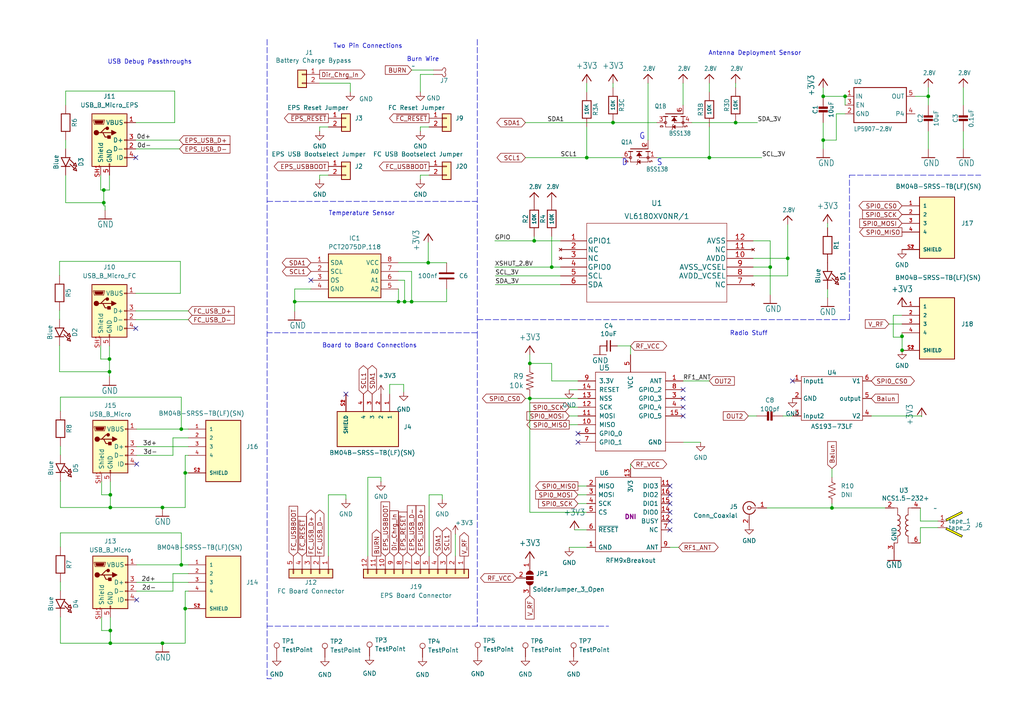
<source format=kicad_sch>
(kicad_sch (version 20231120) (generator "eeschema") (generator_version "8.0")
  (paper "A4")
  (junction (at 47.117 147.193))
  (junction (at 205.74 45.72))
  (junction (at 223.393 77.47))
  (junction (at 115.57 87.503))
  (junction (at 31.75 104.14))
  (junction (at 153.67 115.57))
  (junction (at 52.578 163.83))
  (junction (at 52.578 124.46))
  (junction (at 261.6454 101.6))
  (junction (at 53.721 137.16))
  (junction (at 32.004 182.88))
  (junction (at 31.75 107.823))
  (junction (at 85.471 87.503))
  (junction (at 269.24 27.94))
  (junction (at 53.721 176.53))
  (junction (at 32.004 143.51))
  (junction (at 238.76 40.64))
  (junction (at 238.76 27.94))
  (junction (at 170.18 45.72))
  (junction (at 124.206 76.2))
  (junction (at 241.3 147.32))
  (junction (at 261.62 97.536))
  (junction (at 153.67 105.41))
  (junction (at 119.38 87.503))
  (junction (at 213.36 35.56))
  (junction (at 30.099 55.118))
  (junction (at 30.099 58.801))
  (junction (at 177.8 35.56))
  (junction (at 154.94 69.85))
  (junction (at 117.348 87.503))
  (junction (at 160.02 77.47))
  (junction (at 245.11 27.94))
  (junction (at 32.004 186.563))
  (junction (at 228.473 74.93))
  (junction (at 47.117 186.563))
  (junction (at 32.004 147.193))
  (no_connect (at 39.624 134.62))
  (no_connect (at 198.12 120.65))
  (no_connect (at 198.12 118.11))
  (no_connect (at 194.31 153.67))
  (no_connect (at 194.31 151.13))
  (no_connect (at 194.31 143.51))
  (no_connect (at 194.31 146.05))
  (no_connect (at 167.64 125.73))
  (no_connect (at 198.12 115.57))
  (no_connect (at 194.31 140.97))
  (no_connect (at 194.31 148.59))
  (no_connect (at 167.64 128.27))
  (no_connect (at 100.33 114.3))
  (no_connect (at 90.17 81.28))
  (no_connect (at 198.12 113.03))
  (no_connect (at 39.37 45.72))
  (no_connect (at 229.87 110.49))
  (no_connect (at 39.624 173.99))
  (no_connect (at 39.37 95.25))
  (wire (pts (xy 101.6 24.13) (xy 101.6 26.67)))
  (wire (pts (xy 213.36 25.4) (xy 213.36 24.13)))
  (wire (pts (xy 241.3 147.32) (xy 256.794 147.32)))
  (wire (pts (xy 30.48 60.96) (xy 30.48 59.69)))
  (wire (pts (xy 228.473 74.93) (xy 228.473 65.151)))
  (wire (pts (xy 213.36 35.56) (xy 219.71 35.56)))
  (wire (pts (xy 177.8 25.4) (xy 177.8 24.13)))
  (wire (pts (xy 198.12 30.48) (xy 198.12 24.13)))
  (wire (pts (xy 259.08 91.44) (xy 261.62 91.44)))
  (wire (pts (xy 240.03 83.82) (xy 240.03 86.36)))
  (wire (pts (xy 190.5 45.72) (xy 205.74 45.72)))
  (wire (pts (xy 47.117 186.563) (xy 53.721 186.563)))
  (wire (pts (xy 85.471 87.503) (xy 85.471 90.297)))
  (wire (pts (xy 170.18 45.72) (xy 152.4 45.72)))
  (wire (pts (xy 54.61 171.45) (xy 53.721 171.45)))
  (wire (pts (xy 19.05 58.801) (xy 30.099 58.801)))
  (wire (pts (xy 17.526 139.573) (xy 17.526 147.193)))
  (wire (pts (xy 125.73 21.59) (xy 121.92 21.59)))
  (wire (pts (xy 222.377 147.32) (xy 241.3 147.32)))
  (wire (pts (xy 218.44 77.47) (xy 223.393 77.47)))
  (wire (pts (xy 110.49 138.43) (xy 110.49 139.7)))
  (wire (pts (xy 205.74 36.83) (xy 205.74 45.72)))
  (wire (pts (xy 95.25 161.29) (xy 95.25 143.51)))
  (wire (pts (xy 32.004 147.193) (xy 47.117 147.193)))
  (wire (pts (xy 129.54 76.2) (xy 124.206 76.2)))
  (wire (pts (xy 154.94 69.85) (xy 162.56 69.85)))
  (wire (pts (xy 272.034 151.13) (xy 266.954 151.13)))
  (wire (pts (xy 205.74 26.67) (xy 205.74 24.13)))
  (wire (pts (xy 30.099 55.118) (xy 30.099 58.801)))
  (wire (pts (xy 153.67 105.41) (xy 153.67 102.87)))
  (wire (pts (xy 182.88 100.33) (xy 182.88 102.87)))
  (wire (pts (xy 52.578 115.189) (xy 52.578 124.46)))
  (wire (pts (xy 152.4 35.56) (xy 177.8 35.56)))
  (wire (pts (xy 31.75 55.118) (xy 30.099 55.118)))
  (wire (pts (xy 279.4 38.1) (xy 279.4 43.18)))
  (wire (pts (xy 190.5 35.56) (xy 177.8 35.56)))
  (polyline (pts (xy 138.43 11.43) (xy 138.43 96.52)) (stroke (width 0) (type dash)))
  (wire (pts (xy 29.464 139.7) (xy 29.464 143.51)))
  (wire (pts (xy 257.81 93.98) (xy 261.62 93.98)))
  (wire (pts (xy 29.21 104.14) (xy 31.75 104.14)))
  (wire (pts (xy 50.165 132.08) (xy 50.165 127)))
  (wire (pts (xy 39.624 132.08) (xy 50.165 132.08)))
  (polyline (pts (xy 138.43 96.52) (xy 138.43 181.61)) (stroke (width 0) (type dash)))
  (wire (pts (xy 17.272 75.819) (xy 52.324 75.819)))
  (wire (pts (xy 205.74 45.72) (xy 220.98 45.72)))
  (wire (pts (xy 53.721 176.53) (xy 54.61 176.53)))
  (wire (pts (xy 198.12 128.27) (xy 203.2 128.27)))
  (wire (pts (xy 266.954 151.13) (xy 266.954 147.32)))
  (wire (pts (xy 267.335 120.65) (xy 267.335 120.904)))
  (wire (pts (xy 95.25 36.83) (xy 92.71 36.83)))
  (wire (pts (xy 115.57 83.82) (xy 115.57 87.503)))
  (wire (pts (xy 223.393 69.85) (xy 223.393 77.47)))
  (wire (pts (xy 29.464 182.88) (xy 32.004 182.88)))
  (wire (pts (xy 85.471 83.82) (xy 85.471 87.503)))
  (wire (pts (xy 170.18 146.05) (xy 167.64 146.05)))
  (wire (pts (xy 31.75 100.33) (xy 31.75 104.14)))
  (wire (pts (xy 39.624 129.54) (xy 54.61 129.54)))
  (wire (pts (xy 261.6454 97.536) (xy 261.6454 101.6)))
  (wire (pts (xy 180.34 45.72) (xy 170.18 45.72)))
  (wire (pts (xy 30.099 59.69) (xy 30.099 58.801)))
  (wire (pts (xy 17.272 107.823) (xy 31.75 107.823)))
  (wire (pts (xy 29.21 55.118) (xy 30.099 55.118)))
  (wire (pts (xy 124.46 50.8) (xy 121.92 50.8)))
  (wire (pts (xy 19.05 26.416) (xy 19.05 30.48)))
  (wire (pts (xy 52.578 124.46) (xy 54.61 124.46)))
  (wire (pts (xy 29.464 143.51) (xy 32.004 143.51)))
  (wire (pts (xy 19.05 40.64) (xy 19.05 43.18)))
  (wire (pts (xy 143.637 80.01) (xy 162.56 80.01)))
  (wire (pts (xy 242.57 40.64) (xy 238.76 40.64)))
  (wire (pts (xy 265.43 27.94) (xy 269.24 27.94)))
  (wire (pts (xy 32.004 186.563) (xy 47.117 186.563)))
  (wire (pts (xy 269.24 38.1) (xy 269.24 43.18)))
  (wire (pts (xy 17.526 154.559) (xy 52.578 154.559)))
  (wire (pts (xy 266.954 153.035) (xy 266.954 157.48)))
  (wire (pts (xy 119.38 87.503) (xy 129.54 87.503)))
  (wire (pts (xy 160.02 110.49) (xy 160.02 105.41)))
  (wire (pts (xy 129.54 83.82) (xy 129.54 87.503)))
  (wire (pts (xy 52.578 154.559) (xy 52.578 163.83)))
  (wire (pts (xy 124.46 36.83) (xy 121.92 36.83)))
  (wire (pts (xy 39.37 43.18) (xy 52.07 43.18)))
  (wire (pts (xy 124.206 70.358) (xy 124.206 76.2)))
  (wire (pts (xy 241.3 135.89) (xy 241.3 138.43)))
  (wire (pts (xy 29.464 179.07) (xy 29.464 182.88)))
  (wire (pts (xy 39.37 90.17) (xy 54.61 90.17)))
  (wire (pts (xy 50.673 26.416) (xy 50.673 35.56)))
  (wire (pts (xy 218.44 69.85) (xy 223.393 69.85)))
  (wire (pts (xy 259.08 91.44) (xy 259.08 97.79)))
  (polyline (pts (xy 246.38 92.71) (xy 246.38 50.8)) (stroke (width 0) (type dash)))
  (wire (pts (xy 115.57 81.28) (xy 117.348 81.28)))
  (wire (pts (xy 117.094 111.506) (xy 117.094 113.665)))
  (wire (pts (xy 17.526 115.189) (xy 52.578 115.189)))
  (wire (pts (xy 187.96 40.64) (xy 187.96 24.13)))
  (wire (pts (xy 53.721 132.08) (xy 53.721 137.16)))
  (wire (pts (xy 160.02 77.47) (xy 162.56 77.47)))
  (wire (pts (xy 160.02 68.58) (xy 160.02 77.47)))
  (wire (pts (xy 39.624 171.45) (xy 50.165 171.45)))
  (wire (pts (xy 92.71 24.13) (xy 101.6 24.13)))
  (polyline (pts (xy 77.47 11.43) (xy 77.47 196.85)) (stroke (width 0) (type dash)))
  (wire (pts (xy 238.76 40.64) (xy 238.76 35.56)))
  (wire (pts (xy 17.272 75.819) (xy 17.272 79.883)))
  (wire (pts (xy 47.117 147.193) (xy 53.721 147.193)))
  (wire (pts (xy 245.11 27.94) (xy 238.76 27.94)))
  (wire (pts (xy 117.348 87.503) (xy 119.38 87.503)))
  (wire (pts (xy 115.57 78.74) (xy 119.38 78.74)))
  (wire (pts (xy 17.526 186.563) (xy 32.004 186.563)))
  (wire (pts (xy 170.18 24.13) (xy 170.18 26.67)))
  (wire (pts (xy 200.66 35.56) (xy 213.36 35.56)))
  (polyline (pts (xy 77.47 196.85) (xy 78.74 196.85)))
  (wire (pts (xy 182.88 134.62) (xy 182.88 135.89)))
  (wire (pts (xy 30.48 59.69) (xy 30.099 59.69)))
  (wire (pts (xy 261.62 96.52) (xy 261.62 97.536)))
  (wire (pts (xy 52.578 163.83) (xy 54.61 163.83)))
  (wire (pts (xy 165.1 158.75) (xy 170.18 158.75)))
  (wire (pts (xy 85.471 87.503) (xy 115.57 87.503)))
  (wire (pts (xy 269.24 27.94) (xy 269.24 25.4)))
  (wire (pts (xy 113.03 111.506) (xy 117.094 111.506)))
  (wire (pts (xy 17.526 154.559) (xy 17.526 158.623)))
  (wire (pts (xy 223.393 77.47) (xy 223.393 85.471)))
  (wire (pts (xy 32.004 143.51) (xy 32.004 147.193)))
  (polyline (pts (xy 77.47 181.61) (xy 176.53 181.61)) (stroke (width 0) (type dash)))
  (wire (pts (xy 121.92 21.59) (xy 121.92 26.67)))
  (wire (pts (xy 242.57 33.02) (xy 242.57 40.64)))
  (wire (pts (xy 167.64 123.19) (xy 165.1 123.19)))
  (wire (pts (xy 50.165 166.37) (xy 54.61 166.37)))
  (wire (pts (xy 39.37 92.71) (xy 54.61 92.71)))
  (wire (pts (xy 238.76 25.4) (xy 238.76 27.94)))
  (wire (pts (xy 154.94 68.58) (xy 154.94 69.85)))
  (wire (pts (xy 39.624 124.46) (xy 52.578 124.46)))
  (wire (pts (xy 259.08 97.79) (xy 261.62 97.79)))
  (polyline (pts (xy 246.38 50.8) (xy 284.48 50.8)) (stroke (width 0) (type dash)))
  (wire (pts (xy 92.71 36.83) (xy 92.71 38.1)))
  (wire (pts (xy 19.05 50.8) (xy 19.05 58.801)))
  (wire (pts (xy 124.46 143.51) (xy 128.27 143.51)))
  (wire (pts (xy 218.44 80.01) (xy 228.473 80.01)))
  (wire (pts (xy 227.076 120.65) (xy 229.87 120.65)))
  (wire (pts (xy 272.034 153.035) (xy 266.954 153.035)))
  (wire (pts (xy 17.526 129.413) (xy 17.526 131.953)))
  (wire (pts (xy 31.75 50.8) (xy 31.75 55.118)))
  (wire (pts (xy 261.62 97.79) (xy 261.62 97.536)))
  (wire (pts (xy 153.67 148.59) (xy 170.18 148.59)))
  (wire (pts (xy 279.4 25.4) (xy 279.4 30.48)))
  (wire (pts (xy 95.25 143.51) (xy 100.33 143.51)))
  (wire (pts (xy 54.61 132.08) (xy 53.721 132.08)))
  (wire (pts (xy 119.38 20.32) (xy 125.73 20.32)))
  (wire (pts (xy 39.37 85.09) (xy 52.324 85.09)))
  (wire (pts (xy 167.64 113.03) (xy 165.1 113.03)))
  (wire (pts (xy 17.272 100.203) (xy 17.272 107.823)))
  (wire (pts (xy 143.51 77.47) (xy 160.02 77.47)))
  (polyline (pts (xy 77.47 58.42) (xy 138.43 58.42)) (stroke (width 0) (type dash)))
  (wire (pts (xy 17.526 168.783) (xy 17.526 171.323)))
  (wire (pts (xy 166.624 153.67) (xy 170.18 153.67)))
  (wire (pts (xy 198.12 110.49) (xy 205.74 110.49)))
  (wire (pts (xy 52.324 75.819) (xy 52.324 85.09)))
  (wire (pts (xy 53.721 186.563) (xy 53.721 176.53)))
  (wire (pts (xy 39.624 168.91) (xy 54.61 168.91)))
  (wire (pts (xy 240.03 66.04) (xy 240.03 64.77)))
  (wire (pts (xy 167.64 118.11) (xy 165.1 118.11)))
  (wire (pts (xy 117.348 81.28) (xy 117.348 87.503)))
  (polyline (pts (xy 138.43 92.71) (xy 246.38 92.71)) (stroke (width 0) (type dash)))
  (wire (pts (xy 121.92 36.83) (xy 121.92 38.1)))
  (wire (pts (xy 252.73 120.65) (xy 267.335 120.65)))
  (wire (pts (xy 241.3 146.05) (xy 241.3 147.32)))
  (wire (pts (xy 53.721 171.45) (xy 53.721 176.53)))
  (wire (pts (xy 17.272 90.043) (xy 17.272 92.583)))
  (wire (pts (xy 160.02 110.49) (xy 167.64 110.49)))
  (wire (pts (xy 132.08 154.94) (xy 132.08 161.29)))
  (wire (pts (xy 152.4 115.57) (xy 153.67 115.57)))
  (wire (pts (xy 228.473 74.93) (xy 228.473 80.01)))
  (wire (pts (xy 119.38 78.74) (xy 119.38 87.503)))
  (wire (pts (xy 31.75 109.22) (xy 31.75 107.823)))
  (wire (pts (xy 153.67 115.57) (xy 153.67 148.59)))
  (wire (pts (xy 39.624 163.83) (xy 52.578 163.83)))
  (wire (pts (xy 217.043 120.65) (xy 219.456 120.65)))
  (wire (pts (xy 50.165 127) (xy 54.61 127)))
  (wire (pts (xy 32.004 139.7) (xy 32.004 143.51)))
  (wire (pts (xy 261.62 97.536) (xy 261.6454 97.536)))
  (wire (pts (xy 167.64 120.65) (xy 165.1 120.65)))
  (wire (pts (xy 39.37 35.56) (xy 50.673 35.56)))
  (wire (pts (xy 106.68 138.43) (xy 110.49 138.43)))
  (wire (pts (xy 90.17 83.82) (xy 85.471 83.82)))
  (polyline (pts (xy 138.43 96.52) (xy 77.47 96.52)) (stroke (width 0) (type dash)))
  (wire (pts (xy 245.11 30.48) (xy 245.11 27.94)))
  (wire (pts (xy 238.76 40.64) (xy 238.76 43.18)))
  (wire (pts (xy 32.004 182.88) (xy 32.004 186.563)))
  (wire (pts (xy 32.004 179.07) (xy 32.004 182.88)))
  (wire (pts (xy 17.526 147.193) (xy 32.004 147.193)))
  (wire (pts (xy 121.92 50.8) (xy 121.92 52.07)))
  (wire (pts (xy 19.05 26.416) (xy 50.673 26.416)))
  (wire (pts (xy 115.57 87.503) (xy 117.348 87.503)))
  (wire (pts (xy 218.44 74.93) (xy 228.473 74.93)))
  (wire (pts (xy 17.526 115.189) (xy 17.526 119.253)))
  (wire (pts (xy 170.18 143.51) (xy 167.64 143.51)))
  (wire (pts (xy 124.46 161.29) (xy 124.46 143.51)))
  (wire (pts (xy 261.62 101.6) (xy 261.6454 101.6)))
  (wire (pts (xy 182.88 100.33) (xy 179.07 100.33)))
  (wire (pts (xy 95.25 50.8) (xy 92.71 50.8)))
  (wire (pts (xy 39.37 40.64) (xy 52.07 40.64)))
  (wire (pts (xy 160.02 105.41) (xy 153.67 105.41)))
  (wire (pts (xy 106.68 161.29) (xy 106.68 138.43)))
  (wire (pts (xy 50.165 171.45) (xy 50.165 166.37)))
  (wire (pts (xy 261.62 88.9) (xy 261.6454 88.9)))
  (wire (pts (xy 245.11 33.02) (xy 242.57 33.02)))
  (wire (pts (xy 31.75 104.14) (xy 31.75 107.823)))
  (wire (pts (xy 53.721 137.16) (xy 54.61 137.16)))
  (wire (pts (xy 113.03 114.3) (xy 113.03 111.506)))
  (wire (pts (xy 29.21 50.8) (xy 29.21 55.118)))
  (wire (pts (xy 143.637 82.55) (xy 162.56 82.55)))
  (wire (pts (xy 53.721 147.193) (xy 53.721 137.16)))
  (wire (pts (xy 196.85 158.75) (xy 194.31 158.75)))
  (wire (pts (xy 170.18 140.97) (xy 167.64 140.97)))
  (wire (pts (xy 143.51 69.85) (xy 154.94 69.85)))
  (wire (pts (xy 269.24 27.94) (xy 269.24 30.48)))
  (wire (pts (xy 29.21 100.33) (xy 29.21 104.14)))
  (wire (pts (xy 115.57 76.2) (xy 124.206 76.2)))
  (wire (pts (xy 128.27 143.51) (xy 128.27 144.78)))
  (wire (pts (xy 92.71 50.8) (xy 92.71 52.07)))
  (wire (pts (xy 170.18 36.83) (xy 170.18 45.72)))
  (wire (pts (xy 100.33 143.51) (xy 100.33 144.78)))
  (wire (pts (xy 153.67 115.57) (xy 167.64 115.57)))
  (wire (pts (xy 17.526 178.943) (xy 17.526 186.563)))
  (text "Two Pin Connections\n" (at 106.68 13.462 0) (effects (font (size 1.27 1.27))))
  (text "S" (at 190.5 48.26 0) (effects (font (size 1.778 1.5113)) (justify left bottom)))
  (text "Antenna Deployment Sensor" (at 218.948 15.494 0) (effects (font (size 1.27 1.27))))
  (text "Radio Stuff" (at 217.17 96.774 0) (effects (font (size 1.27 1.27))))
  (text "USB Debug Passthroughs" (at 43.434 18.034 0) (effects (font (size 1.27 1.27))))
  (text "Burn Wire" (at 122.682 17.272 0) (effects (font (size 1.27 1.27))))
  (text "Temperature Sensor" (at 104.902 61.976 0) (effects (font (size 1.27 1.27))))
  (text "G" (at 185.42 40.64 0) (effects (font (size 1.778 1.5113)) (justify left bottom)))
  (text "D" (at 180.34 48.26 0) (effects (font (size 1.778 1.5113)) (justify left bottom)))
  (text "Board to Board Connections\n" (at 107.188 100.33 0) (effects (font (size 1.27 1.27))))
  (label "3d-" (at 41.529 132.08 0))
  (label "2d+" (at 41.021 168.91 0))
  (label "0d-" (at 39.751 43.18 0))
  (label "GPIO" (at 143.51 69.85 0) (effects (font (size 1.2446 1.2446))))
  (label "SDA1" (at 158.75 35.56 0) (effects (font (size 1.2446 1.2446))))
  (label "2d-" (at 41.148 171.45 0))
  (label "3d+" (at 41.402 129.54 0))
  (label "SCL_3V" (at 143.637 80.01 0) (effects (font (size 1.2446 1.2446))))
  (label "SDA_3V" (at 143.637 82.55 0) (effects (font (size 1.2446 1.2446))))
  (label "RF1_ANT" (at 198.12 110.49 0))
  (label "SCL1" (at 162.56 45.72 0) (effects (font (size 1.2446 1.2446))))
  (label "0d+" (at 39.624 40.64 0))
  (label "SCL_3V" (at 220.98 45.72 0) (effects (font (size 1.2446 1.2446))))
  (label "SDA_3V" (at 219.71 35.56 0) (effects (font (size 1.2446 1.2446))))
  (label "XSHUT_2.8V" (at 143.51 77.47 0) (effects (font (size 1.2446 1.2446))))
  (global_label "RF_VCC" (shape bidirectional) (at 182.88 100.33 0) (property "Intersheetrefs" "${INTERSHEET_REFS}" (effects (hide yes))))
  (global_label "EPS_USB_D+" (shape input) (at 52.07 40.64 0) (property "Intersheetrefs" "${INTERSHEET_REFS}" (effects (hide yes))))
  (global_label "RF_VCC" (shape bidirectional) (at 182.88 134.62 0) (property "Intersheetrefs" "${INTERSHEET_REFS}" (effects (hide yes))))
  (global_label "~{FC_RESET}" (shape output) (at 124.46 34.29 180) (property "Intersheetrefs" "${INTERSHEET_REFS}" (effects (hide yes))))
  (global_label "V_RF" (shape output) (at 134.62 161.29 90) (property "Intersheetrefs" "${INTERSHEET_REFS}" (effects (hide yes))))
  (global_label "BURN" (shape output) (at 109.22 161.29 90) (property "Intersheetrefs" "${INTERSHEET_REFS}" (effects (hide yes))))
  (global_label "SPI0_MOSI" (shape input) (at 167.64 143.51 180) (property "Intersheetrefs" "${INTERSHEET_REFS}" (effects (hide yes))))
  (global_label "SPI0_SCK" (shape input) (at 261.62 62.23 180) (property "Intersheetrefs" "${INTERSHEET_REFS}" (effects (hide yes))))
  (global_label "SDA1" (shape bidirectional) (at 90.17 76.2 180) (property "Intersheetrefs" "${INTERSHEET_REFS}" (effects (hide yes))))
  (global_label "Dir_Chrg_In" (shape output) (at 92.71 21.59 0) (property "Intersheetrefs" "${INTERSHEET_REFS}" (effects (hide yes))))
  (global_label "OUT2" (shape input) (at 217.043 120.65 180) (property "Intersheetrefs" "${INTERSHEET_REFS}" (effects (hide yes))))
  (global_label "SDA1" (shape bidirectional) (at 127 161.29 90) (property "Intersheetrefs" "${INTERSHEET_REFS}" (effects (hide yes))))
  (global_label "SPI0_CS0" (shape bidirectional) (at 261.62 59.69 180) (property "Intersheetrefs" "${INTERSHEET_REFS}" (effects (hide yes))))
  (global_label "~{FC_RESET}" (shape input) (at 87.63 161.29 90) (property "Intersheetrefs" "${INTERSHEET_REFS}" (effects (hide yes))))
  (global_label "SPI0_MOSI" (shape input) (at 165.1 120.65 180) (property "Intersheetrefs" "${INTERSHEET_REFS}" (effects (hide yes))))
  (global_label "FC_USB_D+" (shape output) (at 90.17 161.29 90) (property "Intersheetrefs" "${INTERSHEET_REFS}" (effects (hide yes))))
  (global_label "SCL1" (shape bidirectional) (at 90.17 78.74 180) (property "Intersheetrefs" "${INTERSHEET_REFS}" (effects (hide yes))))
  (global_label "SDA1" (shape bidirectional) (at 152.4 35.56 180) (property "Intersheetrefs" "${INTERSHEET_REFS}" (effects (hide yes))))
  (global_label "EPS_USB_D-" (shape input) (at 119.38 161.29 90) (property "Intersheetrefs" "${INTERSHEET_REFS}" (effects (hide yes))))
  (global_label "SPI0_MOSI" (shape input) (at 261.62 64.77 180) (property "Intersheetrefs" "${INTERSHEET_REFS}" (effects (hide yes))))
  (global_label "~{EPS_RESET}" (shape input) (at 116.84 161.29 90) (property "Intersheetrefs" "${INTERSHEET_REFS}" (effects (hide yes))))
  (global_label "EPS_USB_D+" (shape input) (at 121.92 161.29 90) (property "Intersheetrefs" "${INTERSHEET_REFS}" (effects (hide yes))))
  (global_label "SCL1" (shape bidirectional) (at 105.41 114.3 90) (property "Intersheetrefs" "${INTERSHEET_REFS}" (effects (hide yes))))
  (global_label "SCL1" (shape bidirectional) (at 129.54 161.29 90) (property "Intersheetrefs" "${INTERSHEET_REFS}" (effects (hide yes))))
  (global_label "RF1_ANT" (shape bidirectional) (at 196.85 158.75 0) (property "Intersheetrefs" "${INTERSHEET_REFS}" (effects (hide yes))))
  (global_label "FC_USB_D-" (shape input) (at 54.61 92.71 0) (property "Intersheetrefs" "${INTERSHEET_REFS}" (effects (hide yes))))
  (global_label "EPS_USBBOOT" (shape input) (at 111.76 161.29 90) (property "Intersheetrefs" "${INTERSHEET_REFS}" (effects (hide yes))))
  (global_label "Balun" (shape input) (at 252.73 115.57 0) (property "Intersheetrefs" "${INTERSHEET_REFS}" (effects (hide yes))))
  (global_label "Dir_Chrg_In" (shape input) (at 114.3 161.29 90) (property "Intersheetrefs" "${INTERSHEET_REFS}" (effects (hide yes))))
  (global_label "V_RF" (shape input) (at 153.67 172.72 270) (property "Intersheetrefs" "${INTERSHEET_REFS}" (effects (hide yes))))
  (global_label "Balun" (shape input) (at 241.3 135.89 90) (property "Intersheetrefs" "${INTERSHEET_REFS}" (effects (hide yes))))
  (global_label "SCL1" (shape bidirectional) (at 152.4 45.72 180) (property "Intersheetrefs" "${INTERSHEET_REFS}" (effects (hide yes))))
  (global_label "SPI0_SCK" (shape input) (at 167.64 146.05 180) (property "Intersheetrefs" "${INTERSHEET_REFS}" (effects (hide yes))))
  (global_label "SPI0_CS0" (shape bidirectional) (at 152.4 115.57 180) (property "Intersheetrefs" "${INTERSHEET_REFS}" (effects (hide yes))))
  (global_label "FC_USB_D-" (shape output) (at 92.71 161.29 90) (property "Intersheetrefs" "${INTERSHEET_REFS}" (effects (hide yes))))
  (global_label "OUT2" (shape input) (at 205.74 110.49 0) (property "Intersheetrefs" "${INTERSHEET_REFS}" (effects (hide yes))))
  (global_label "EPS_USB_D-" (shape input) (at 52.07 43.18 0) (property "Intersheetrefs" "${INTERSHEET_REFS}" (effects (hide yes))))
  (global_label "~{EPS_RESET}" (shape output) (at 95.25 34.29 180) (property "Intersheetrefs" "${INTERSHEET_REFS}" (effects (hide yes))))
  (global_label "FC_USB_D+" (shape input) (at 54.61 90.17 0) (property "Intersheetrefs" "${INTERSHEET_REFS}" (effects (hide yes))))
  (global_label "SPI0_MISO" (shape output) (at 167.64 140.97 180) (property "Intersheetrefs" "${INTERSHEET_REFS}" (effects (hide yes))))
  (global_label "SPI0_MISO" (shape output) (at 165.1 123.19 180) (property "Intersheetrefs" "${INTERSHEET_REFS}" (effects (hide yes))))
  (global_label "RF_VCC" (shape bidirectional) (at 149.86 167.64 180) (property "Intersheetrefs" "${INTERSHEET_REFS}" (effects (hide yes))))
  (global_label "FC_USBBOOT" (shape output) (at 124.46 48.26 180) (property "Intersheetrefs" "${INTERSHEET_REFS}" (effects (hide yes))))
  (global_label "V_RF" (shape input) (at 257.81 93.98 180) (property "Intersheetrefs" "${INTERSHEET_REFS}" (effects (hide yes))))
  (global_label "FC_USBBOOT" (shape input) (at 85.09 161.29 90) (property "Intersheetrefs" "${INTERSHEET_REFS}" (effects (hide yes))))
  (global_label "SDA1" (shape bidirectional) (at 107.95 114.3 90) (property "Intersheetrefs" "${INTERSHEET_REFS}" (effects (hide yes))))
  (global_label "SPI0_SCK" (shape input) (at 165.1 118.11 180) (property "Intersheetrefs" "${INTERSHEET_REFS}" (effects (hide yes))))
  (global_label "BURN" (shape input) (at 119.38 20.32 180) (property "Intersheetrefs" "${INTERSHEET_REFS}" (effects (hide yes))))
  (global_label "EPS_USBBOOT" (shape output) (at 95.25 48.26 180) (property "Intersheetrefs" "${INTERSHEET_REFS}" (effects (hide yes))))
  (global_label "SPI0_CS0" (shape bidirectional) (at 252.73 110.49 0) (property "Intersheetrefs" "${INTERSHEET_REFS}" (effects (hide yes))))
  (global_label "SPI0_MISO" (shape output) (at 261.62 67.31 180) (property "Intersheetrefs" "${INTERSHEET_REFS}" (effects (hide yes))))
  (symbol (lib_id "mainboard:RFM9xBreakout") (at 182.88 149.86 0) (unit 1)
    (property "Reference" "U6" (at 175.26 137.16 0))
    (property "Value" "RFM9xBreakout" (at 182.88 162.56 0))
    (property "Footprint" "Antenna_board:HOPERF_RFM95W_SMD" (effects (hide yes)))
    (property "DNI" "DNI" (at 182.88 149.86 0) (effects (font (bold yes))))
  )
  (symbol (lib_id "Connector:USB_B_Micro") (at 31.75 40.64 0) (unit 1)
    (property "Reference" "J11" (at 31.75 27.94 0))
    (property "Value" "USB_B_Micro_EPS" (at 31.75 30.48 0))
    (property "Footprint" "Antenna_board:MOLEX_105164-0001(round)" (effects (hide yes)))
  )
  (symbol (lib_id "mainboard:10KOHM-1_10W-1%(0603)0603") (at 153.67 110.49 270) (unit 1)
    (property "Reference" "R9" (at 151.9428 109.1438 90) (effects (font (size 1.4986 1.4986)) (justify right)))
    (property "Value" "10k" (at 151.9428 111.8108 90) (effects (font (size 1.4986 1.4986)) (justify right)))
    (property "Footprint" "Resistor_SMD:R_0603_1608Metric" (effects (hide yes)))
    (property "Description" "10k 0603" (effects (hide yes)))
  )
  (symbol (lib_id "BM04B-SRSS-TB_LF__SN_:BM04B-SRSS-TB(LF)(SN)") (at 105.41 124.46 270) (unit 1)
    (property "Reference" "J4" (at 117.0432 123.825 90) (effects (justify left)))
    (property "Value" "BM04B-SRSS-TB(LF)(SN)" (at 95.504 131.318 90) (effects (justify left)))
    (property "Footprint" "Antenna_board:JST_BM04B-SRSS-TB(LF)(SN)" (effects (hide yes)))
    (property "PARTREV" "N/A" (effects (hide yes)))
    (property "SNAPEDA_PN" "BM04B-SRSS-TB(LF)(SN)" (effects (hide yes)))
    (property "STANDARD" "Manufacturer Recommendations" (effects (hide yes)))
    (property "MAXIMUM_PACKAGE_HEIGHT" "6.3 mm" (effects (hide yes)))
    (property "MANUFACTURER" "JST Sales America Inc." (effects (hide yes)))
  )
  (symbol (lib_id "Connector_Generic:Conn_01x02") (at 100.33 34.29 0) (unit 1)
    (property "Reference" "J3" (at 102.87 34.2899 0) (effects (justify left)))
    (property "Value" "EPS Reset Jumper" (at 83.312 31.242 0) (effects (justify left)))
    (property "Footprint" "Connector_PinHeader_2.54mm:PinHeader_1x02_P2.54mm_Vertical" (effects (hide yes)))
    (property "Description" "Generic connector, single row, 01x02, script generated (kicad-library-utils/schlib/autogen/connector/)" (effects (hide yes)))
  )
  (symbol (lib_id "Adafruit VL6180 Time of Flight Sensor-eagle-import:MOSFET-N_DUAL") (at 185.42 43.18 90) (mirror x) (unit 1)
    (property "Reference" "Q1" (at 183.388 41.91 90) (effects (font (size 1.27 1.0795)) (justify left bottom)))
    (property "Value" "BSS138" (at 193.802 49.784 90) (effects (font (size 1.27 1.0795)) (justify left bottom)))
    (property "Footprint" "Package_TO_SOT_SMD:SOT-363_SC-70-6" (effects (hide yes)))
  )
  (symbol (lib_id "Adafruit ItsyBitsy RP2040-eagle-import:RESISTOR_0402NO") (at 17.526 124.333 270) (unit 1)
    (property "Reference" "R8" (at 20.066 124.333 0))
    (property "Value" "1K" (effects (hide yes)))
    (property "Footprint" "Resistor_SMD:R_0402_1005Metric" (effects (hide yes)))
  )
  (symbol (lib_id "Adafruit ItsyBitsy RP2040-eagle-import:RESISTOR_0402NO") (at 19.05 35.56 270) (unit 1)
    (property "Reference" "R6" (at 21.59 35.56 0))
    (property "Value" "1K" (effects (hide yes)))
    (property "Footprint" "Resistor_SMD:R_0402_1005Metric" (effects (hide yes)))
  )
  (symbol (lib_name "GND_1") (lib_id "power:GND") (at 128.27 144.78 0) (unit 1)
    (property "Reference" "#PWR019" (effects (hide yes)))
    (property "Value" "GND" (at 128.27 149.098 0))
    (property "Description" "Power symbol creates a global label with name \"GND\" , ground" (effects (hide yes)))
  )
  (symbol (lib_id "Adafruit VL6180 Time of Flight Sensor-eagle-import:2.8V") (at 228.473 62.611 0) (unit 1)
    (property "Reference" "#U$09" (effects (hide yes)))
    (property "Value" "2.8V" (at 226.949 61.595 0) (effects (font (size 1.27 1.0795)) (justify left bottom)))
    (property "Footprint" "Adafruit VL6180 Time of Flight Sensor:" (effects (hide yes)))
  )
  (symbol (lib_name "GND_1") (lib_id "power:GND") (at 92.71 52.07 0) (unit 1)
    (property "Reference" "#PWR024" (effects (hide yes)))
    (property "Value" "GND" (at 92.71 56.388 0))
    (property "Description" "Power symbol creates a global label with name \"GND\" , ground" (effects (hide yes)))
  )
  (symbol (lib_id "Antenna:Tape_Measure_Antenna") (at 271.272 147.447 0) (unit 1)
    (property "Reference" "J6" (at 282.702 152.273 0) (effects (justify left)))
    (property "Value" "~" (at 271.272 147.447 0))
    (property "Footprint" "Antenna_board:Tape_Measure_Antenna" (effects (hide yes)))
  )
  (symbol (lib_id "Adafruit ItsyBitsy RP2040-eagle-import:GND") (at 30.48 63.5 0) (mirror y) (unit 1)
    (property "Reference" "#GND03" (effects (hide yes)))
    (property "Value" "GND" (at 33.02 66.04 0) (effects (font (size 1.778 1.5113)) (justify left bottom)))
    (property "Footprint" "Adafruit ItsyBitsy RP2040:" (effects (hide yes)))
  )
  (symbol (lib_id "Adafruit VL6180 Time of Flight Sensor-eagle-import:2.8V") (at 279.4 22.86 0) (unit 1)
    (property "Reference" "#U$012" (effects (hide yes)))
    (property "Value" "2.8V" (at 277.876 21.844 0) (effects (font (size 1.27 1.0795)) (justify left bottom)))
    (property "Footprint" "Adafruit VL6180 Time of Flight Sensor:" (effects (hide yes)))
  )
  (symbol (lib_id "power:GND") (at 229.87 115.57 0) (unit 1)
    (property "Reference" "#PWR017" (effects (hide yes)))
    (property "Value" "GND" (at 229.87 120.0134 0))
  )
  (symbol (lib_id "VL6180X0NR:VL6180XV0NR/1") (at 162.56 69.85 0) (unit 1)
    (property "Reference" "U1" (at 190.5 58.928 0) (effects (font (size 1.524 1.524))))
    (property "Value" "VL6180XV0NR/1" (at 190.5 62.738 0) (effects (font (size 1.524 1.524))))
    (property "Footprint" "Adafruit VL6180 Time of Flight Sensor:VL6180" (effects (hide yes)))
  )
  (symbol (lib_id "power:GND") (at 80.264 190.5 0) (unit 1)
    (property "Reference" "#PWR04" (effects (hide yes)))
    (property "Value" "GND" (at 80.264 195.58 0))
  )
  (symbol (lib_id "Adafruit ItsyBitsy RP2040-eagle-import:+3V3") (at 177.8 21.59 0) (unit 1)
    (property "Reference" "#+3V03" (effects (hide yes)))
    (property "Value" "+3V3" (at 177.8 19.05 0) (effects (font (size 1.778 1.5113))))
    (property "Footprint" "Adafruit ItsyBitsy RP2040:" (effects (hide yes)))
  )
  (symbol (lib_id "Adafruit VL6180 Time of Flight Sensor-eagle-import:GND") (at 279.4 45.72 0) (unit 1)
    (property "Reference" "#U$013" (effects (hide yes)))
    (property "Value" "GND" (at 277.876 48.26 0) (effects (font (size 1.778 1.5113)) (justify left bottom)))
    (property "Footprint" "Adafruit VL6180 Time of Flight Sensor:" (effects (hide yes)))
  )
  (symbol (lib_id "Adafruit ItsyBitsy RP2040-eagle-import:+3V3") (at 267.335 118.364 0) (unit 1)
    (property "Reference" "#+3V08" (effects (hide yes)))
    (property "Value" "+3V3" (at 264.795 123.444 90) (effects (font (size 1.778 1.5113)) (justify left bottom)))
    (property "Footprint" "Adafruit ItsyBitsy RP2040:" (effects (hide yes)))
  )
  (symbol (lib_id "Adafruit VL6180 Time of Flight Sensor-eagle-import:RESISTOR_4PACK") (at 205.74 31.75 90) (mirror x) (unit 2)
    (property "Reference" "R3" (at 203.2 31.75 0))
    (property "Value" "10K" (at 205.74 31.75 0) (effects (font (size 1.016 1.016) (bold yes))))
    (property "Footprint" "Resistor_SMD:R_Array_Convex_4x0603" (effects (hide yes)))
  )
  (symbol (lib_id "BM04B-SRSS-TB_LF__SN_:BM04B-SRSS-TB(LF)(SN)") (at 271.78 67.31 0) (unit 1)
    (property "Reference" "J17" (at 278.765 64.77 0) (effects (justify left)))
    (property "Value" "BM04B-SRSS-TB(LF)(SN)" (at 259.7404 54.0766 0) (effects (justify left)))
    (property "Footprint" "Antenna_board:JST_BM04B-SRSS-TB(LF)(SN)" (effects (hide yes)))
    (property "PARTREV" "N/A" (effects (hide yes)))
    (property "SNAPEDA_PN" "BM04B-SRSS-TB(LF)(SN)" (effects (hide yes)))
    (property "STANDARD" "Manufacturer Recommendations" (effects (hide yes)))
    (property "MAXIMUM_PACKAGE_HEIGHT" "6.3 mm" (effects (hide yes)))
    (property "MANUFACTURER" "JST Sales America Inc." (effects (hide yes)))
  )
  (symbol (lib_id "Connector_Generic:Conn_01x02") (at 129.54 34.29 0) (unit 1)
    (property "Reference" "J9" (at 132.08 34.2899 0) (effects (justify left)))
    (property "Value" "FC Reset Jumper" (at 112.522 31.242 0) (effects (justify left)))
    (property "Footprint" "Connector_PinHeader_2.54mm:PinHeader_1x02_P2.54mm_Vertical" (effects (hide yes)))
    (property "Description" "Generic connector, single row, 01x02, script generated (kicad-library-utils/schlib/autogen/connector/)" (effects (hide yes)))
  )
  (symbol (lib_id "BM04B-SRSS-TB_LF__SN_:BM04B-SRSS-TB(LF)(SN)") (at 64.77 171.45 0) (unit 1)
    (property "Reference" "J14" (at 71.374 168.91 0) (effects (justify left)))
    (property "Value" "BM04B-SRSS-TB(LF)(SN)" (at 45.466 158.75 0) (effects (justify left)))
    (property "Footprint" "Antenna_board:JST_BM04B-SRSS-TB(LF)(SN)" (effects (hide yes)))
    (property "PARTREV" "N/A" (effects (hide yes)))
    (property "SNAPEDA_PN" "BM04B-SRSS-TB(LF)(SN)" (effects (hide yes)))
    (property "STANDARD" "Manufacturer Recommendations" (effects (hide yes)))
    (property "MAXIMUM_PACKAGE_HEIGHT" "6.3 mm" (effects (hide yes)))
    (property "MANUFACTURER" "JST Sales America Inc." (effects (hide yes)))
  )
  (symbol (lib_id "Adafruit ItsyBitsy RP2040-eagle-import:+3V3") (at 240.03 62.23 0) (unit 1)
    (property "Reference" "#+3V01" (effects (hide yes)))
    (property "Value" "+3V3" (at 240.03 59.69 0) (effects (font (size 1.778 1.5113))))
    (property "Footprint" "Adafruit ItsyBitsy RP2040:" (effects (hide yes)))
  )
  (symbol (lib_id "Adafruit VL6180 Time of Flight Sensor-eagle-import:2.8V") (at 213.36 21.59 0) (unit 1)
    (property "Reference" "#U$07" (effects (hide yes)))
    (property "Value" "2.8V" (at 211.836 20.574 0) (effects (font (size 1.27 1.0795)) (justify left bottom)))
    (property "Footprint" "Adafruit VL6180 Time of Flight Sensor:" (effects (hide yes)))
  )
  (symbol (lib_id "Adafruit VL6180 Time of Flight Sensor-eagle-import:GND") (at 223.393 88.011 0) (unit 1)
    (property "Reference" "#U$08" (effects (hide yes)))
    (property "Value" "GND" (at 221.869 90.551 0) (effects (font (size 1.778 1.5113)) (justify left bottom)))
    (property "Footprint" "Adafruit VL6180 Time of Flight Sensor:" (effects (hide yes)))
  )
  (symbol (lib_id "Adafruit VL6180 Time of Flight Sensor-eagle-import:VREG_SOT23-5") (at 255.27 30.48 0) (unit 1)
    (property "Reference" "U2" (at 247.65 24.384 0) (effects (font (size 1.27 1.0795)) (justify left bottom)))
    (property "Value" "LP5907-2.8V" (at 247.65 38.1 0) (effects (font (size 1.27 1.0795)) (justify left bottom)))
    (property "Footprint" "Package_TO_SOT_SMD:SOT-23-5" (effects (hide yes)))
  )
  (symbol (lib_id "Connector:TestPoint") (at 122.555 190.627 0) (unit 1)
    (property "Reference" "TP4" (at 124.079 186.055 0) (effects (justify left)))
    (property "Value" "TestPoint" (at 124.079 188.595 0) (effects (justify left)))
    (property "Footprint" "MountingHole:MountingHole_2.7mm_M2.5_Pad" (effects (hide yes)))
  )
  (symbol (lib_name "+3V3_1") (lib_id "power:+3V3") (at 132.08 154.94 0) (unit 1)
    (property "Reference" "#PWR014" (effects (hide yes)))
    (property "Value" "+3V3" (at 134.62 151.638 0))
    (property "Description" "Power symbol creates a global label with name \"+3V3\"" (effects (hide yes)))
  )
  (symbol (lib_id "Adafruit VL6180 Time of Flight Sensor-eagle-import:CAP_CERAMIC0603_NO") (at 279.4 35.56 0) (unit 1)
    (property "Reference" "C3" (at 277.11 34.31 90))
    (property "Value" "0.1uF" (at 281.7 34.31 90))
    (property "Footprint" "Capacitor_SMD:C_0603_1608Metric" (effects (hide yes)))
  )
  (symbol (lib_id "BM04B-SRSS-TB_LF__SN_:BM04B-SRSS-TB(LF)(SN)") (at 64.77 132.08 0) (unit 1)
    (property "Reference" "J16" (at 71.374 129.54 0) (effects (justify left)))
    (property "Value" "BM04B-SRSS-TB(LF)(SN)" (at 45.974 119.888 0) (effects (justify left)))
    (property "Footprint" "Antenna_board:JST_BM04B-SRSS-TB(LF)(SN)" (effects (hide yes)))
    (property "PARTREV" "N/A" (effects (hide yes)))
    (property "SNAPEDA_PN" "BM04B-SRSS-TB(LF)(SN)" (effects (hide yes)))
    (property "STANDARD" "Manufacturer Recommendations" (effects (hide yes)))
    (property "MAXIMUM_PACKAGE_HEIGHT" "6.3 mm" (effects (hide yes)))
    (property "MANUFACTURER" "JST Sales America Inc." (effects (hide yes)))
  )
  (symbol (lib_name "GND_1") (lib_id "power:GND") (at 100.33 144.78 0) (unit 1)
    (property "Reference" "#PWR026" (effects (hide yes)))
    (property "Value" "GND" (at 100.33 149.098 0))
    (property "Description" "Power symbol creates a global label with name \"GND\" , ground" (effects (hide yes)))
  )
  (symbol (lib_name "GND_2") (lib_id "power:GND") (at 101.6 26.67 0) (unit 1)
    (property "Reference" "#PWR022" (effects (hide yes)))
    (property "Value" "GND" (at 106.172 28.702 0))
    (property "Description" "Power symbol creates a global label with name \"GND\" , ground" (effects (hide yes)))
  )
  (symbol (lib_id "mainboard:GND") (at 173.99 102.87 0) (mirror y) (unit 1)
    (property "Reference" "#U01" (effects (hide yes)))
    (property "Value" "GND" (at 176.53 105.41 0) (effects (font (size 1.4986 1.4986)) (justify left bottom)))
  )
  (symbol (lib_id "power:GND") (at 152.4 190.5 0) (unit 1)
    (property "Reference" "#PWR09" (effects (hide yes)))
    (property "Value" "GND" (at 152.4 195.58 0))
  )
  (symbol (lib_name "GND_1") (lib_id "power:GND") (at 92.71 38.1 0) (unit 1)
    (property "Reference" "#PWR025" (effects (hide yes)))
    (property "Value" "GND" (at 92.71 42.418 0))
    (property "Description" "Power symbol creates a global label with name \"GND\" , ground" (effects (hide yes)))
  )
  (symbol (lib_id "Adafruit VL6180 Time of Flight Sensor-eagle-import:RESISTOR_4PACK") (at 170.18 31.75 270) (unit 1)
    (property "Reference" "R3" (at 172.72 31.75 0))
    (property "Value" "10K" (at 170.18 31.75 0) (effects (font (size 1.016 1.016) (bold yes))))
    (property "Footprint" "Resistor_SMD:R_Array_Convex_4x0603" (effects (hide yes)))
  )
  (symbol (lib_id "Adafruit VL6180 Time of Flight Sensor-eagle-import:MOSFET-N_DUAL") (at 195.58 33.02 90) (mirror x) (unit 2)
    (property "Reference" "Q1" (at 193.294 31.496 90) (effects (font (size 1.27 1.0795)) (justify left bottom)))
    (property "Value" "BSS138" (at 200.406 39.37 90) (effects (font (size 1.27 1.0795)) (justify left bottom)))
    (property "Footprint" "Package_TO_SOT_SMD:SOT-363_SC-70-6" (effects (hide yes)))
  )
  (symbol (lib_id "Adafruit VL6180 Time of Flight Sensor-eagle-import:CAP_CERAMIC0805-NOOUTLINE") (at 269.24 35.56 0) (unit 1)
    (property "Reference" "C2" (at 266.95 34.31 90))
    (property "Value" "10uF" (at 271.54 34.31 90))
    (property "Footprint" "Capacitor_SMD:C_0805_2012Metric" (effects (hide yes)))
  )
  (symbol (lib_name "GND_1") (lib_id "power:GND") (at 121.92 38.1 0) (unit 1)
    (property "Reference" "#PWR027" (effects (hide yes)))
    (property "Value" "GND" (at 121.92 42.418 0))
    (property "Description" "Power symbol creates a global label with name \"GND\" , ground" (effects (hide yes)))
  )
  (symbol (lib_id "Device:R_US") (at 241.3 142.24 0) (unit 1)
    (property "Reference" "R10" (at 243.84 140.9699 0) (effects (justify left)))
    (property "Value" "DNI" (at 243.84 143.5099 0) (effects (justify left)))
    (property "Footprint" "Resistor_SMD:R_0603_1608Metric" (effects (hide yes)))
    (property "Description" "Resistor, US symbol" (effects (hide yes)))
  )
  (symbol (lib_id "Connector_Generic:Conn_01x02") (at 129.54 48.26 0) (unit 1)
    (property "Reference" "J20" (at 132.08 48.2599 0) (effects (justify left)))
    (property "Value" "FC USB Bootselect Jumper" (at 108.204 44.704 0) (effects (justify left)))
    (property "Footprint" "Connector_PinHeader_2.54mm:PinHeader_1x02_P2.54mm_Vertical" (effects (hide yes)))
    (property "Description" "Generic connector, single row, 01x02, script generated (kicad-library-utils/schlib/autogen/connector/)" (effects (hide yes)))
  )
  (symbol (lib_id "power:GND") (at 138.557 190.373 0) (unit 1)
    (property "Reference" "#PWR08" (effects (hide yes)))
    (property "Value" "GND" (at 138.557 195.453 0))
  )
  (symbol (lib_id "Adafruit ItsyBitsy RP2040-eagle-import:+3V3") (at 238.76 22.86 0) (unit 1)
    (property "Reference" "#+3V04" (effects (hide yes)))
    (property "Value" "+3V3" (at 236.22 27.94 90) (effects (font (size 1.778 1.5113)) (justify left bottom)))
    (property "Footprint" "Adafruit ItsyBitsy RP2040:" (effects (hide yes)))
  )
  (symbol (lib_id "Adafruit ItsyBitsy RP2040-eagle-import:RESISTOR_0402NO") (at 240.03 71.12 270) (unit 1)
    (property "Reference" "R1" (at 242.57 71.12 0))
    (property "Value" "1K" (effects (hide yes)))
    (property "Footprint" "Resistor_SMD:R_0402_1005Metric" (effects (hide yes)))
  )
  (symbol (lib_id "Device:C") (at 129.54 80.01 0) (unit 1)
    (property "Reference" "C6" (at 133.096 80.01 0) (effects (justify left)))
    (property "Value" "100nf" (at 121.158 80.01 0) (effects (justify left)))
    (property "Footprint" "Capacitor_SMD:C_0603_1608Metric" (effects (hide yes)))
  )
  (symbol (lib_id "Adafruit VL6180 Time of Flight Sensor-eagle-import:RESISTOR_4PACK") (at 213.36 30.48 90) (mirror x) (unit 4)
    (property "Reference" "R3" (at 210.82 30.48 0))
    (property "Value" "10K" (at 213.36 30.48 0) (effects (font (size 1.016 1.016) (bold yes))))
    (property "Footprint" "Resistor_SMD:R_Array_Convex_4x0603" (effects (hide yes)))
  )
  (symbol (lib_id "Adafruit VL6180 Time of Flight Sensor-eagle-import:GND") (at 238.76 45.72 0) (unit 1)
    (property "Reference" "#U$05" (effects (hide yes)))
    (property "Value" "GND" (at 237.236 48.26 0) (effects (font (size 1.778 1.5113)) (justify left bottom)))
    (property "Footprint" "Adafruit VL6180 Time of Flight Sensor:" (effects (hide yes)))
  )
  (symbol (lib_id "Connector:USB_B_Micro") (at 32.004 168.91 0) (unit 1)
    (property "Reference" "J13" (at 32.004 156.972 0))
    (property "Value" "USB_B_Micro" (at 32.004 159.512 0))
    (property "Footprint" "Antenna_board:MOLEX_105164-0001(round)" (effects (hide yes)))
  )
  (symbol (lib_id "Transformer:0433BM15A0001") (at 261.874 152.4 0) (unit 1)
    (property "Reference" "U3" (at 262.128 142.24 0))
    (property "Value" "NCS1.5-232+" (at 262.636 144.526 0))
    (property "Footprint" "RF_Converter:Balun_Johanson_0896BM15A0001" (effects (hide yes)))
    (property "Datasheet" "https://www.minicircuits.com/pdfs/NCS1.5-232+.pdf" (effects (hide yes)))
  )
  (symbol (lib_id "Adafruit ItsyBitsy RP2040-eagle-import:+3V3") (at 153.67 160.02 0) (unit 1)
    (property "Reference" "#+3V010" (effects (hide yes)))
    (property "Value" "+3V3" (at 153.67 157.48 0) (effects (font (size 1.778 1.5113))))
    (property "Footprint" "Adafruit ItsyBitsy RP2040:" (effects (hide yes)))
  )
  (symbol (lib_id "Connector:TestPoint") (at 138.557 190.373 0) (unit 1)
    (property "Reference" "TP5" (at 140.081 185.801 0) (effects (justify left)))
    (property "Value" "TestPoint" (at 140.081 188.341 0) (effects (justify left)))
    (property "Footprint" "MountingHole:MountingHole_2.7mm_M2.5_Pad" (effects (hide yes)))
  )
  (symbol (lib_id "Adafruit ItsyBitsy RP2040-eagle-import:CAP_CERAMIC_0402NO") (at 224.536 120.65 90) (unit 1)
    (property "Reference" "C8" (at 223.266 116.078 90))
    (property "Value" "100pf" (at 223.266 118.618 90))
    (property "Footprint" "Capacitor_SMD:C_0603_1608Metric" (effects (hide yes)))
  )
  (symbol (lib_id "Adafruit ItsyBitsy RP2040-eagle-import:LED0603_NOOUTLINE") (at 17.526 137.033 270) (unit 1)
    (property "Reference" "D5" (at 21.971 135.763 0))
    (property "Value" "Blue" (at 14.732 135.763 0))
    (property "Footprint" "LED_SMD:LED_0603_1608Metric" (effects (hide yes)))
  )
  (symbol (lib_id "Adafruit VL6180 Time of Flight Sensor-eagle-import:RESISTOR_0603_NOOUT") (at 160.02 63.5 90) (unit 1)
    (property "Reference" "R4" (at 157.48 63.5 0))
    (property "Value" "10K" (at 160.02 63.5 0) (effects (font (size 1.016 1.016) (bold yes))))
    (property "Footprint" "Resistor_SMD:R_0603_1608Metric" (effects (hide yes)))
  )
  (symbol (lib_id "Adafruit VL6180 Time of Flight Sensor-eagle-import:2.8V") (at 205.74 21.59 0) (unit 1)
    (property "Reference" "#U$06" (effects (hide yes)))
    (property "Value" "2.8V" (at 204.216 20.574 0) (effects (font (size 1.27 1.0795)) (justify left bottom)))
    (property "Footprint" "Adafruit VL6180 Time of Flight Sensor:" (effects (hide yes)))
  )
  (symbol (lib_id "power:GND") (at 166.37 190.5 0) (unit 1)
    (property "Reference" "#PWR010" (effects (hide yes)))
    (property "Value" "GND" (at 166.37 195.58 0))
  )
  (symbol (lib_id "Antenna:PCT2075DP,118") (at 90.17 76.2 0) (unit 1)
    (property "Reference" "IC1" (at 102.87 69.088 0))
    (property "Value" "PCT2075DP,118" (at 102.87 71.628 0))
    (property "Footprint" "Package_SO:TSSOP-8_3x3mm_P0.65mm" (effects (hide yes)))
    (property "Datasheet" "http://www.nxp.com/docs/en/data-sheet/PCT2075.pdf" (effects (hide yes)))
    (property "Height" "1.1" (effects (hide yes)))
    (property "Mouser Part Number" "771-PCT2075DP118" (effects (hide yes)))
    (property "Mouser Price/Stock" "https://www.mouser.co.uk/ProductDetail/NXP-Semiconductors/PCT2075DP118?qs=lH1ILECabYlwLBLKMiotHw%3D%3D" (effects (hide yes)))
    (property "Manufacturer_Name" "NXP" (effects (hide yes)))
    (property "Manufacturer_Part_Number" "PCT2075DP,118" (effects (hide yes)))
  )
  (symbol (lib_id "power:GND") (at 261.62 72.39 0) (unit 1)
    (property "Reference" "#PWR020" (effects (hide yes)))
    (property "Value" "GND" (at 261.62 76.8334 0))
  )
  (symbol (lib_id "power:+3V3") (at 110.49 114.3 0) (unit 1)
    (property "Reference" "#PWR01" (effects (hide yes)))
    (property "Value" "+3V3" (at 112.268 108.966 0))
  )
  (symbol (lib_id "Adafruit VL6180 Time of Flight Sensor-eagle-import:2.8V") (at 154.94 55.88 0) (unit 1)
    (property "Reference" "#U$01" (effects (hide yes)))
    (property "Value" "2.8V" (at 153.416 54.864 0) (effects (font (size 1.27 1.0795)) (justify left bottom)))
    (property "Footprint" "Adafruit VL6180 Time of Flight Sensor:" (effects (hide yes)))
  )
  (symbol (lib_id "Adafruit VL6180 Time of Flight Sensor-eagle-import:2.8V") (at 160.02 55.88 0) (unit 1)
    (property "Reference" "#U$02" (effects (hide yes)))
    (property "Value" "2.8V" (at 158.496 54.864 0) (effects (font (size 1.27 1.0795)) (justify left bottom)))
    (property "Footprint" "Adafruit VL6180 Time of Flight Sensor:" (effects (hide yes)))
  )
  (symbol (lib_id "Connector:Conn_Coaxial") (at 217.297 147.32 0) (mirror y) (unit 1)
    (property "Reference" "J5" (at 213.995 146.9782 0) (effects (justify left)))
    (property "Value" "Conn_Coaxial" (at 213.995 149.5182 0) (effects (justify left)))
    (property "Footprint" "Connector_Coaxial:SMA_Amphenol_901-144_Vertical" (effects (hide yes)))
    (property "Datasheet" " ~" (effects (hide yes)))
  )
  (symbol (lib_id "Adafruit ItsyBitsy RP2040-eagle-import:GND") (at 47.117 189.103 0) (mirror y) (unit 1)
    (property "Reference" "#GND05" (effects (hide yes)))
    (property "Value" "GND" (at 49.657 191.643 0) (effects (font (size 1.778 1.5113)) (justify left bottom)))
    (property "Footprint" "Adafruit ItsyBitsy RP2040:" (effects (hide yes)))
  )
  (symbol (lib_id "Connector:USB_B_Micro") (at 31.75 90.17 0) (unit 1)
    (property "Reference" "J10" (at 31.75 77.47 0))
    (property "Value" "USB_B_Micro_FC" (at 31.75 80.01 0))
    (property "Footprint" "Antenna_board:MOLEX_105164-0001(round)" (effects (hide yes)))
  )
  (symbol (lib_id "Adafruit VL6180 Time of Flight Sensor-eagle-import:GND") (at 269.24 45.72 0) (unit 1)
    (property "Reference" "#U$011" (effects (hide yes)))
    (property "Value" "GND" (at 267.716 48.26 0) (effects (font (size 1.778 1.5113)) (justify left bottom)))
    (property "Footprint" "Adafruit VL6180 Time of Flight Sensor:" (effects (hide yes)))
  )
  (symbol (lib_id "Connector:TestPoint") (at 80.264 190.5 0) (unit 1)
    (property "Reference" "TP1" (at 81.788 185.928 0) (effects (justify left)))
    (property "Value" "TestPoint" (at 81.788 188.468 0) (effects (justify left)))
    (property "Footprint" "MountingHole:MountingHole_2.7mm_M2.5_Pad" (effects (hide yes)))
  )
  (symbol (lib_id "power:GND") (at 165.1 158.75 0) (unit 1)
    (property "Reference" "#PWR013" (effects (hide yes)))
    (property "Value" "GND" (at 165.1 163.1934 0))
  )
  (symbol (lib_id "Adafruit VL6180 Time of Flight Sensor-eagle-import:2.8V") (at 187.96 21.59 0) (unit 1)
    (property "Reference" "#U$03" (effects (hide yes)))
    (property "Value" "2.8V" (at 186.436 20.574 0) (effects (font (size 1.27 1.0795)) (justify left bottom)))
    (property "Footprint" "Adafruit VL6180 Time of Flight Sensor:" (effects (hide yes)))
  )
  (symbol (lib_id "Adafruit VL6180 Time of Flight Sensor-eagle-import:2.8V") (at 198.12 21.59 0) (unit 1)
    (property "Reference" "#U$04" (effects (hide yes)))
    (property "Value" "2.8V" (at 196.596 20.574 0) (effects (font (size 1.27 1.0795)) (justify left bottom)))
    (property "Footprint" "Adafruit VL6180 Time of Flight Sensor:" (effects (hide yes)))
  )
  (symbol (lib_id "Max_Lib:Connector_Generic_Conn_01x05") (at 90.17 166.37 270) (unit 1)
    (property "Reference" "J12" (at 90.17 168.91 90))
    (property "Value" "FC Board Connector" (at 90.17 171.45 90))
    (property "Footprint" "FC_DEV_BOARD:MOLEX_5040500591" (effects (hide yes)))
  )
  (symbol (lib_id "power:GND") (at 117.094 113.665 0) (unit 1)
    (property "Reference" "#PWR02" (effects (hide yes)))
    (property "Value" "GND" (at 117.094 118.745 0))
  )
  (symbol (lib_name "GND_3") (lib_id "power:GND") (at 121.92 26.67 0) (unit 1)
    (property "Reference" "#PWR023" (effects (hide yes)))
    (property "Value" "GND" (at 125.73 28.448 0))
    (property "Description" "Power symbol creates a global label with name \"GND\" , ground" (effects (hide yes)))
  )
  (symbol (lib_id "Adafruit VL6180 Time of Flight Sensor-eagle-import:CAP_CERAMIC0805-NOOUTLINE") (at 238.76 33.02 0) (unit 1)
    (property "Reference" "C1" (at 236.47 31.77 90))
    (property "Value" "10uF" (at 241.06 31.77 90))
    (property "Footprint" "Capacitor_SMD:C_0805_2012Metric" (effects (hide yes)))
  )
  (symbol (lib_id "Connector_Generic:Conn_01x02") (at 87.63 21.59 0) (mirror y) (unit 1)
    (property "Reference" "J1" (at 89.662 15.24 0))
    (property "Value" "Battery Charge Bypass" (at 90.932 17.526 0))
    (property "Footprint" "Connector_PinHeader_2.54mm:PinHeader_1x02_P2.54mm_Vertical" (effects (hide yes)))
  )
  (symbol (lib_name "GND_1") (lib_id "power:GND") (at 121.92 52.07 0) (unit 1)
    (property "Reference" "#PWR028" (effects (hide yes)))
    (property "Value" "GND" (at 121.92 56.388 0))
    (property "Description" "Power symbol creates a global label with name \"GND\" , ground" (effects (hide yes)))
  )
  (symbol (lib_id "Adafruit ItsyBitsy RP2040-eagle-import:+3V3") (at 153.67 100.33 0) (unit 1)
    (property "Reference" "#+3V06" (effects (hide yes)))
    (property "Value" "+3V3" (at 153.67 97.79 0) (effects (font (size 1.778 1.5113))))
    (property "Footprint" "Adafruit ItsyBitsy RP2040:" (effects (hide yes)))
  )
  (symbol (lib_id "Jumper:SolderJumper_3_Open") (at 153.67 167.64 270) (unit 1)
    (property "Reference" "JP1" (at 155.448 166.37 90) (effects (justify left)))
    (property "Value" "SolderJumper_3_Open" (at 154.432 170.942 90) (effects (justify left)))
    (property "Footprint" "Jumper:SolderJumper-3_P1.3mm_Open_RoundedPad1.0x1.5mm_NumberLabels" (effects (hide yes)))
  )
  (symbol (lib_id "Connector:TestPoint") (at 94.234 190.627 0) (unit 1)
    (property "Reference" "TP2" (at 95.758 186.055 0) (effects (justify left)))
    (property "Value" "TestPoint" (at 95.758 188.595 0) (effects (justify left)))
    (property "Footprint" "MountingHole:MountingHole_2.7mm_M2.5_Pad" (effects (hide yes)))
  )
  (symbol (lib_id "Adafruit ItsyBitsy RP2040-eagle-import:GND") (at 47.117 149.733 0) (mirror y) (unit 1)
    (property "Reference" "#GND06" (effects (hide yes)))
    (property "Value" "GND" (at 49.657 152.273 0) (effects (font (size 1.778 1.5113)) (justify left bottom)))
    (property "Footprint" "Adafruit ItsyBitsy RP2040:" (effects (hide yes)))
  )
  (symbol (lib_id "BM04B-SRSS-TB_LF__SN_:BM04B-SRSS-TB(LF)(SN)") (at 271.78 96.52 0) (unit 1)
    (property "Reference" "J18" (at 278.765 93.98 0) (effects (justify left)))
    (property "Value" "BM04B-SRSS-TB(LF)(SN)" (at 259.588 80.518 0) (effects (justify left)))
    (property "Footprint" "Antenna_board:JST_BM04B-SRSS-TB(LF)(SN)" (effects (hide yes)))
    (property "PARTREV" "N/A" (effects (hide yes)))
    (property "SNAPEDA_PN" "BM04B-SRSS-TB(LF)(SN)" (effects (hide yes)))
    (property "STANDARD" "Manufacturer Recommendations" (effects (hide yes)))
    (property "MAXIMUM_PACKAGE_HEIGHT" "6.3 mm" (effects (hide yes)))
    (property "MANUFACTURER" "JST Sales America Inc." (effects (hide yes)))
  )
  (symbol (lib_id "Adafruit VL6180 Time of Flight Sensor-eagle-import:2.8V") (at 269.24 22.86 0) (unit 1)
    (property "Reference" "#U$010" (effects (hide yes)))
    (property "Value" "2.8V" (at 267.716 21.844 0) (effects (font (size 1.27 1.0795)) (justify left bottom)))
    (property "Footprint" "Adafruit VL6180 Time of Flight Sensor:" (effects (hide yes)))
  )
  (symbol (lib_id "Adafruit ItsyBitsy RP2040-eagle-import:+3V3") (at 166.624 151.13 0) (unit 1)
    (property "Reference" "#+3V07" (effects (hide yes)))
    (property "Value" "+3V3" (at 166.624 148.59 0) (effects (font (size 1.778 1.5113))))
    (property "Footprint" "Adafruit ItsyBitsy RP2040:" (effects (hide yes)))
  )
  (symbol (lib_id "Connector:USB_B_Micro") (at 32.004 129.54 0) (unit 1)
    (property "Reference" "J15" (at 32.004 117.602 0))
    (property "Value" "USB_B_Micro" (at 32.004 120.142 0))
    (property "Footprint" "Antenna_board:MOLEX_105164-0001(round)" (effects (hide yes)))
  )
  (symbol (lib_name "GND_1") (lib_id "power:GND") (at 110.49 139.7 0) (unit 1)
    (property "Reference" "#PWR021" (effects (hide yes)))
    (property "Value" "GND" (at 110.49 144.018 0))
    (property "Description" "Power symbol creates a global label with name \"GND\" , ground" (effects (hide yes)))
  )
  (symbol (lib_id "Adafruit ItsyBitsy RP2040-eagle-import:RESISTOR_0402NO") (at 17.272 84.963 270) (unit 1)
    (property "Reference" "R5" (at 19.812 84.963 0))
    (property "Value" "1K" (effects (hide yes)))
    (property "Footprint" "Resistor_SMD:R_0402_1005Metric" (effects (hide yes)))
  )
  (symbol (lib_id "Connector_Generic:Conn_01x12") (at 121.92 166.37 270) (unit 1)
    (property "Reference" "J19" (at 120.65 170.18 90))
    (property "Value" "EPS Board Connector" (at 120.65 172.72 90))
    (property "Footprint" "Connector_Molex:Molex_Pico-Lock_504050-1291_1x12-1MP_P1.50mm_Horizontal" (effects (hide yes)))
  )
  (symbol (lib_id "Adafruit ItsyBitsy RP2040-eagle-import:LED0603_NOOUTLINE") (at 17.272 97.663 270) (unit 1)
    (property "Reference" "D2" (at 21.717 96.393 0))
    (property "Value" "Blue" (at 14.478 96.393 0))
    (property "Footprint" "LED_SMD:LED_0603_1608Metric" (effects (hide yes)))
  )
  (symbol (lib_id "power:GND") (at 94.234 190.627 0) (unit 1)
    (property "Reference" "#PWR05" (effects (hide yes)))
    (property "Value" "GND" (at 94.234 195.707 0))
  )
  (symbol (lib_id "Antenna:RF_Switch") (at 241.3 115.57 0) (unit 1)
    (property "Reference" "U4" (at 241.3 108.077 0))
    (property "Value" "AS193-73LF" (at 241.3 123.698 0))
    (property "Footprint" "Package_TO_SOT_SMD:SuperSOT-6" (effects (hide yes)))
  )
  (symbol (lib_id "Adafruit ItsyBitsy RP2040-eagle-import:+3V3") (at 170.18 21.59 0) (unit 1)
    (property "Reference" "#+3V02" (effects (hide yes)))
    (property "Value" "+3V3" (at 170.18 19.05 0) (effects (font (size 1.778 1.5113))))
    (property "Footprint" "Adafruit ItsyBitsy RP2040:" (effects (hide yes)))
  )
  (symbol (lib_id "mainboard:RFM98PW") (at 180.34 118.11 0) (unit 1)
    (property "Reference" "U5" (at 175.26 106.68 0) (effects (font (size 1.4986 1.4986))))
    (property "Value" "RFM98PW" (effects (hide yes)))
    (property "Footprint" "Antenna_board:RFM98PW" (effects (hide yes)))
    (property "Description" "433 MHz 1W Radio" (effects (hide yes)))
    (property "Flight" "RFM98PW" (effects (hide yes)))
    (property "Manufacturer_Name" "HopeRF" (effects (hide yes)))
    (property "Manufacturer_Part_Number" "RFM98PW" (effects (hide yes)))
    (property "Proto" "RFM98PW" (effects (hide yes)))
  )
  (symbol (lib_id "Adafruit ItsyBitsy RP2040-eagle-import:LED0603_NOOUTLINE") (at 240.03 81.28 270) (unit 1)
    (property "Reference" "D1" (at 244.475 80.01 0))
    (property "Value" "Blue" (at 237.236 80.01 0))
    (property "Footprint" "LED_SMD:LED_0603_1608Metric" (effects (hide yes)))
  )
  (symbol (lib_id "power:GND") (at 165.1 113.03 0) (unit 1)
    (property "Reference" "#PWR018" (effects (hide yes)))
    (property "Value" "GND" (at 165.1 117.4734 0))
  )
  (symbol (lib_id "Device:C_Small") (at 176.53 100.33 90) (unit 1)
    (property "Reference" "C4" (at 176.53 94.5134 90))
    (property "Value" "10uF" (at 176.53 96.8248 90))
    (property "Footprint" "Capacitor_SMD:C_0603_1608Metric" (effects (hide yes)))
    (property "Description" "10uF +-20% 10V X5R" (effects (hide yes)))
  )
  (symbol (lib_id "Connector:TestPoint") (at 166.37 190.5 0) (unit 1)
    (property "Reference" "TP7" (at 167.894 185.928 0) (effects (justify left)))
    (property "Value" "TestPoint" (at 167.894 188.468 0) (effects (justify left)))
    (property "Footprint" "MountingHole:MountingHole_2.7mm_M2.5_Pad" (effects (hide yes)))
  )
  (symbol (lib_id "Adafruit ItsyBitsy RP2040-eagle-import:LED0603_NOOUTLINE") (at 17.526 176.403 270) (unit 1)
    (property "Reference" "D4" (at 21.971 175.133 0))
    (property "Value" "Blue" (at 14.732 175.133 0))
    (property "Footprint" "LED_SMD:LED_0603_1608Metric" (effects (hide yes)))
  )
  (symbol (lib_id "power:GND") (at 122.555 190.627 0) (unit 1)
    (property "Reference" "#PWR07" (effects (hide yes)))
    (property "Value" "GND" (at 122.555 195.707 0))
  )
  (symbol (lib_id "Adafruit ItsyBitsy RP2040-eagle-import:GND") (at 31.75 111.76 0) (mirror y) (unit 1)
    (property "Reference" "#GND02" (effects (hide yes)))
    (property "Value" "GND" (at 34.29 114.3 0) (effects (font (size 1.778 1.5113)) (justify left bottom)))
    (property "Footprint" "Adafruit ItsyBitsy RP2040:" (effects (hide yes)))
  )
  (symbol (lib_id "Adafruit ItsyBitsy RP2040-eagle-import:RESISTOR_0402NO") (at 17.526 163.703 270) (unit 1)
    (property "Reference" "R7" (at 20.066 163.703 0))
    (property "Value" "1K" (effects (hide yes)))
    (property "Footprint" "Resistor_SMD:R_0402_1005Metric" (effects (hide yes)))
  )
  (symbol (lib_id "Adafruit ItsyBitsy RP2040-eagle-import:+3V3") (at 124.206 67.818 0) (unit 1)
    (property "Reference" "#+3V05" (effects (hide yes)))
    (property "Value" "+3V3" (at 121.666 72.898 90) (effects (font (size 1.778 1.5113)) (justify left bottom)))
    (property "Footprint" "Adafruit ItsyBitsy RP2040:" (effects (hide yes)))
  )
  (symbol (lib_id "Adafruit ItsyBitsy RP2040-eagle-import:GND") (at 259.334 162.56 0) (unit 1)
    (property "Reference" "#GND04" (effects (hide yes)))
    (property "Value" "GND" (at 259.334 163.83 0) (effects (font (size 1.778 1.5113))))
    (property "Footprint" "Adafruit ItsyBitsy RP2040:" (effects (hide yes)))
  )
  (symbol (lib_id "power:GND") (at 261.6454 101.6 0) (unit 1)
    (property "Reference" "#PWR016" (effects (hide yes)))
    (property "Value" "GND" (at 261.6454 106.0434 0))
  )
  (symbol (lib_id "Adafruit VL6180 Time of Flight Sensor-eagle-import:RESISTOR_0603_NOOUT") (at 154.94 63.5 90) (unit 1)
    (property "Reference" "R2" (at 152.4 63.5 0))
    (property "Value" "10K" (at 154.94 63.5 0) (effects (font (size 1.016 1.016) (bold yes))))
    (property "Footprint" "Resistor_SMD:R_0603_1608Metric" (effects (hide yes)))
  )
  (symbol (lib_id "Adafruit VL6180 Time of Flight Sensor-eagle-import:GND") (at 85.471 92.837 0) (unit 1)
    (property "Reference" "#U$014" (effects (hide yes)))
    (property "Value" "GND" (at 83.947 95.377 0) (effects (font (size 1.778 1.5113)) (justify left bottom)))
    (property "Footprint" "Adafruit VL6180 Time of Flight Sensor:" (effects (hide yes)))
  )
  (symbol (lib_id "Connector:TestPoint") (at 152.4 190.5 0) (unit 1)
    (property "Reference" "TP6" (at 153.924 185.928 0) (effects (justify left)))
    (property "Value" "TestPoint" (at 153.924 188.468 0) (effects (justify left)))
    (property "Footprint" "MountingHole:MountingHole_2.7mm_M2.5_Pad" (effects (hide yes)))
  )
  (symbol (lib_id "Connector_Generic:Conn_01x02") (at 100.33 48.26 0) (unit 1)
    (property "Reference" "J2" (at 102.87 48.2599 0) (effects (justify left)))
    (property "Value" "EPS USB Bootselect Jumper" (at 78.74 44.704 0) (effects (justify left)))
    (property "Footprint" "Connector_PinHeader_2.54mm:PinHeader_1x02_P2.54mm_Vertical" (effects (hide yes)))
    (property "Description" "Generic connector, single row, 01x02, script generated (kicad-library-utils/schlib/autogen/connector/)" (effects (hide yes)))
  )
  (symbol (lib_id "power:GND") (at 107.188 190.246 0) (unit 1)
    (property "Reference" "#PWR06" (effects (hide yes)))
    (property "Value" "GND" (at 107.188 195.326 0))
  )
  (symbol (lib_id "Connector:TestPoint") (at 107.188 190.246 0) (unit 1)
    (property "Reference" "TP3" (at 108.712 185.674 0) (effects (justify left)))
    (property "Value" "TestPoint" (at 108.712 188.214 0) (effects (justify left)))
    (property "Footprint" "MountingHole:MountingHole_2.7mm_M2.5_Pad" (effects (hide yes)))
  )
  (symbol (lib_id "Adafruit ItsyBitsy RP2040-eagle-import:LED0603_NOOUTLINE") (at 19.05 48.26 270) (unit 1)
    (property "Reference" "D3" (at 23.495 46.99 0))
    (property "Value" "Blue" (at 16.256 46.99 0))
    (property "Footprint" "LED_SMD:LED_0603_1608Metric" (effects (hide yes)))
  )
  (symbol (lib_id "power:GND") (at 217.297 152.4 0) (mirror y) (unit 1)
    (property "Reference" "#PWR03" (effects (hide yes)))
    (property "Value" "GND" (at 217.297 156.8434 0))
  )
  (symbol (lib_id "power:GND") (at 203.2 128.27 0) (unit 1)
    (property "Reference" "#PWR015" (effects (hide yes)))
    (property "Value" "GND" (at 203.2 132.7134 0))
  )
  (symbol (lib_id "Antenna:Burn_Wire") (at 125.73 21.59 180) (unit 1)
    (property "Reference" "J7" (at 128.788 23.368 0))
    (property "Value" "~" (at 119.888 19.177 0))
    (property "Footprint" "Antenna_board:Burn_Wire" (effects (hide yes)))
  )
  (symbol (lib_id "Adafruit VL6180 Time of Flight Sensor-eagle-import:RESISTOR_4PACK") (at 177.8 30.48 270) (unit 3)
    (property "Reference" "R3" (at 180.34 30.48 0))
    (property "Value" "10K" (at 177.8 30.48 0) (effects (font (size 1.016 1.016) (bold yes))))
    (property "Footprint" "Resistor_SMD:R_Array_Convex_4x0603" (effects (hide yes)))
  )
  (symbol (lib_id "Adafruit ItsyBitsy RP2040-eagle-import:+3V3") (at 261.6454 86.36 0) (unit 1)
    (property "Reference" "#+3V09" (effects (hide yes)))
    (property "Value" "+3V3" (at 261.6454 83.82 0) (effects (font (size 1.778 1.5113))))
    (property "Footprint" "Adafruit ItsyBitsy RP2040:" (effects (hide yes)))
  )
  (symbol (lib_id "Adafruit ItsyBitsy RP2040-eagle-import:GND") (at 240.03 88.9 0) (mirror y) (unit 1)
    (property "Reference" "#GND01" (effects (hide yes)))
    (property "Value" "GND" (at 242.57 91.44 0) (effects (font (size 1.778 1.5113)) (justify left bottom)))
    (property "Footprint" "Adafruit ItsyBitsy RP2040:" (effects (hide yes)))
  )
)
</source>
